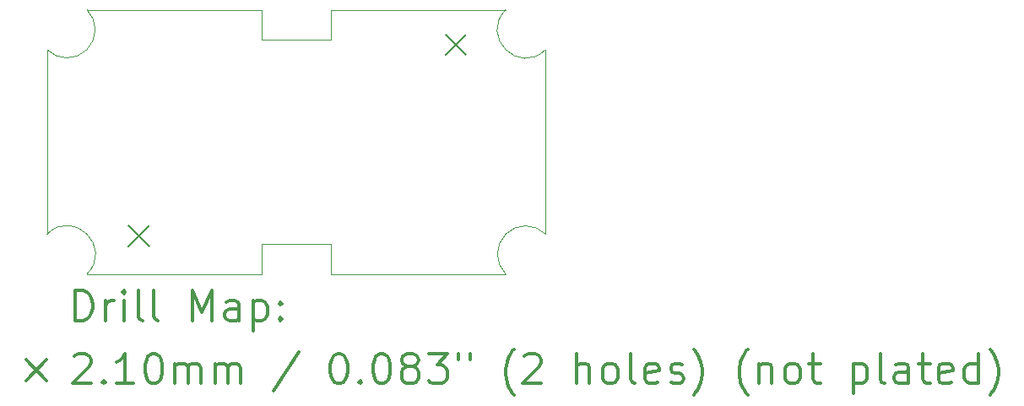
<source format=gbr>
%FSLAX45Y45*%
G04 Gerber Fmt 4.5, Leading zero omitted, Abs format (unit mm)*
G04 Created by KiCad (PCBNEW (5.1.2-1)-1) date 2022-01-26 01:19:42*
%MOMM*%
%LPD*%
G04 APERTURE LIST*
%ADD10C,0.050000*%
%ADD11C,0.200000*%
%ADD12C,0.300000*%
G04 APERTURE END LIST*
D10*
X10000000Y-8400000D02*
G75*
G02X9600000Y-8000000I-200000J200000D01*
G01*
X9600000Y-10650000D02*
G75*
G02X10000000Y-10250000I200000J200000D01*
G01*
X5000000Y-10250000D02*
G75*
G02X5400000Y-10650000I200000J-200000D01*
G01*
X7150000Y-8300000D02*
X7850000Y-8300000D01*
X7850000Y-8300000D02*
X7850000Y-8000000D01*
X7150000Y-8300000D02*
X7150000Y-8000000D01*
X7850000Y-10650000D02*
X7850000Y-10350000D01*
X7150000Y-10650000D02*
X7150000Y-10350000D01*
X7150000Y-10350000D02*
X7850000Y-10350000D01*
X7850000Y-10650000D02*
X9600000Y-10650000D01*
X5400000Y-10650000D02*
X7150000Y-10650000D01*
X7850000Y-8000000D02*
X9600000Y-8000000D01*
X5400000Y-8000000D02*
G75*
G02X5000000Y-8400000I-200000J-200000D01*
G01*
X5000000Y-8400000D02*
X5000000Y-10250000D01*
X10000000Y-8400000D02*
X10000000Y-10250000D01*
X5400000Y-8000000D02*
X7150000Y-8000000D01*
D11*
X8995000Y-8245000D02*
X9205000Y-8455000D01*
X9205000Y-8245000D02*
X8995000Y-8455000D01*
X5815000Y-10165000D02*
X6025000Y-10375000D01*
X6025000Y-10165000D02*
X5815000Y-10375000D01*
D12*
X5283928Y-11118215D02*
X5283928Y-10818215D01*
X5355357Y-10818215D01*
X5398214Y-10832500D01*
X5426786Y-10861072D01*
X5441071Y-10889643D01*
X5455357Y-10946786D01*
X5455357Y-10989643D01*
X5441071Y-11046786D01*
X5426786Y-11075357D01*
X5398214Y-11103929D01*
X5355357Y-11118215D01*
X5283928Y-11118215D01*
X5583928Y-11118215D02*
X5583928Y-10918215D01*
X5583928Y-10975357D02*
X5598214Y-10946786D01*
X5612500Y-10932500D01*
X5641071Y-10918215D01*
X5669643Y-10918215D01*
X5769643Y-11118215D02*
X5769643Y-10918215D01*
X5769643Y-10818215D02*
X5755357Y-10832500D01*
X5769643Y-10846786D01*
X5783928Y-10832500D01*
X5769643Y-10818215D01*
X5769643Y-10846786D01*
X5955357Y-11118215D02*
X5926786Y-11103929D01*
X5912500Y-11075357D01*
X5912500Y-10818215D01*
X6112500Y-11118215D02*
X6083928Y-11103929D01*
X6069643Y-11075357D01*
X6069643Y-10818215D01*
X6455357Y-11118215D02*
X6455357Y-10818215D01*
X6555357Y-11032500D01*
X6655357Y-10818215D01*
X6655357Y-11118215D01*
X6926786Y-11118215D02*
X6926786Y-10961072D01*
X6912500Y-10932500D01*
X6883928Y-10918215D01*
X6826786Y-10918215D01*
X6798214Y-10932500D01*
X6926786Y-11103929D02*
X6898214Y-11118215D01*
X6826786Y-11118215D01*
X6798214Y-11103929D01*
X6783928Y-11075357D01*
X6783928Y-11046786D01*
X6798214Y-11018215D01*
X6826786Y-11003929D01*
X6898214Y-11003929D01*
X6926786Y-10989643D01*
X7069643Y-10918215D02*
X7069643Y-11218214D01*
X7069643Y-10932500D02*
X7098214Y-10918215D01*
X7155357Y-10918215D01*
X7183928Y-10932500D01*
X7198214Y-10946786D01*
X7212500Y-10975357D01*
X7212500Y-11061072D01*
X7198214Y-11089643D01*
X7183928Y-11103929D01*
X7155357Y-11118215D01*
X7098214Y-11118215D01*
X7069643Y-11103929D01*
X7341071Y-11089643D02*
X7355357Y-11103929D01*
X7341071Y-11118215D01*
X7326786Y-11103929D01*
X7341071Y-11089643D01*
X7341071Y-11118215D01*
X7341071Y-10932500D02*
X7355357Y-10946786D01*
X7341071Y-10961072D01*
X7326786Y-10946786D01*
X7341071Y-10932500D01*
X7341071Y-10961072D01*
X4787500Y-11507500D02*
X4997500Y-11717500D01*
X4997500Y-11507500D02*
X4787500Y-11717500D01*
X5269643Y-11476786D02*
X5283928Y-11462500D01*
X5312500Y-11448214D01*
X5383928Y-11448214D01*
X5412500Y-11462500D01*
X5426786Y-11476786D01*
X5441071Y-11505357D01*
X5441071Y-11533929D01*
X5426786Y-11576786D01*
X5255357Y-11748214D01*
X5441071Y-11748214D01*
X5569643Y-11719643D02*
X5583928Y-11733929D01*
X5569643Y-11748214D01*
X5555357Y-11733929D01*
X5569643Y-11719643D01*
X5569643Y-11748214D01*
X5869643Y-11748214D02*
X5698214Y-11748214D01*
X5783928Y-11748214D02*
X5783928Y-11448214D01*
X5755357Y-11491072D01*
X5726786Y-11519643D01*
X5698214Y-11533929D01*
X6055357Y-11448214D02*
X6083928Y-11448214D01*
X6112500Y-11462500D01*
X6126786Y-11476786D01*
X6141071Y-11505357D01*
X6155357Y-11562500D01*
X6155357Y-11633929D01*
X6141071Y-11691072D01*
X6126786Y-11719643D01*
X6112500Y-11733929D01*
X6083928Y-11748214D01*
X6055357Y-11748214D01*
X6026786Y-11733929D01*
X6012500Y-11719643D01*
X5998214Y-11691072D01*
X5983928Y-11633929D01*
X5983928Y-11562500D01*
X5998214Y-11505357D01*
X6012500Y-11476786D01*
X6026786Y-11462500D01*
X6055357Y-11448214D01*
X6283928Y-11748214D02*
X6283928Y-11548214D01*
X6283928Y-11576786D02*
X6298214Y-11562500D01*
X6326786Y-11548214D01*
X6369643Y-11548214D01*
X6398214Y-11562500D01*
X6412500Y-11591072D01*
X6412500Y-11748214D01*
X6412500Y-11591072D02*
X6426786Y-11562500D01*
X6455357Y-11548214D01*
X6498214Y-11548214D01*
X6526786Y-11562500D01*
X6541071Y-11591072D01*
X6541071Y-11748214D01*
X6683928Y-11748214D02*
X6683928Y-11548214D01*
X6683928Y-11576786D02*
X6698214Y-11562500D01*
X6726786Y-11548214D01*
X6769643Y-11548214D01*
X6798214Y-11562500D01*
X6812500Y-11591072D01*
X6812500Y-11748214D01*
X6812500Y-11591072D02*
X6826786Y-11562500D01*
X6855357Y-11548214D01*
X6898214Y-11548214D01*
X6926786Y-11562500D01*
X6941071Y-11591072D01*
X6941071Y-11748214D01*
X7526786Y-11433929D02*
X7269643Y-11819643D01*
X7912500Y-11448214D02*
X7941071Y-11448214D01*
X7969643Y-11462500D01*
X7983928Y-11476786D01*
X7998214Y-11505357D01*
X8012500Y-11562500D01*
X8012500Y-11633929D01*
X7998214Y-11691072D01*
X7983928Y-11719643D01*
X7969643Y-11733929D01*
X7941071Y-11748214D01*
X7912500Y-11748214D01*
X7883928Y-11733929D01*
X7869643Y-11719643D01*
X7855357Y-11691072D01*
X7841071Y-11633929D01*
X7841071Y-11562500D01*
X7855357Y-11505357D01*
X7869643Y-11476786D01*
X7883928Y-11462500D01*
X7912500Y-11448214D01*
X8141071Y-11719643D02*
X8155357Y-11733929D01*
X8141071Y-11748214D01*
X8126786Y-11733929D01*
X8141071Y-11719643D01*
X8141071Y-11748214D01*
X8341071Y-11448214D02*
X8369643Y-11448214D01*
X8398214Y-11462500D01*
X8412500Y-11476786D01*
X8426786Y-11505357D01*
X8441071Y-11562500D01*
X8441071Y-11633929D01*
X8426786Y-11691072D01*
X8412500Y-11719643D01*
X8398214Y-11733929D01*
X8369643Y-11748214D01*
X8341071Y-11748214D01*
X8312500Y-11733929D01*
X8298214Y-11719643D01*
X8283928Y-11691072D01*
X8269643Y-11633929D01*
X8269643Y-11562500D01*
X8283928Y-11505357D01*
X8298214Y-11476786D01*
X8312500Y-11462500D01*
X8341071Y-11448214D01*
X8612500Y-11576786D02*
X8583928Y-11562500D01*
X8569643Y-11548214D01*
X8555357Y-11519643D01*
X8555357Y-11505357D01*
X8569643Y-11476786D01*
X8583928Y-11462500D01*
X8612500Y-11448214D01*
X8669643Y-11448214D01*
X8698214Y-11462500D01*
X8712500Y-11476786D01*
X8726786Y-11505357D01*
X8726786Y-11519643D01*
X8712500Y-11548214D01*
X8698214Y-11562500D01*
X8669643Y-11576786D01*
X8612500Y-11576786D01*
X8583928Y-11591072D01*
X8569643Y-11605357D01*
X8555357Y-11633929D01*
X8555357Y-11691072D01*
X8569643Y-11719643D01*
X8583928Y-11733929D01*
X8612500Y-11748214D01*
X8669643Y-11748214D01*
X8698214Y-11733929D01*
X8712500Y-11719643D01*
X8726786Y-11691072D01*
X8726786Y-11633929D01*
X8712500Y-11605357D01*
X8698214Y-11591072D01*
X8669643Y-11576786D01*
X8826786Y-11448214D02*
X9012500Y-11448214D01*
X8912500Y-11562500D01*
X8955357Y-11562500D01*
X8983928Y-11576786D01*
X8998214Y-11591072D01*
X9012500Y-11619643D01*
X9012500Y-11691072D01*
X8998214Y-11719643D01*
X8983928Y-11733929D01*
X8955357Y-11748214D01*
X8869643Y-11748214D01*
X8841071Y-11733929D01*
X8826786Y-11719643D01*
X9126786Y-11448214D02*
X9126786Y-11505357D01*
X9241071Y-11448214D02*
X9241071Y-11505357D01*
X9683928Y-11862500D02*
X9669643Y-11848214D01*
X9641071Y-11805357D01*
X9626786Y-11776786D01*
X9612500Y-11733929D01*
X9598214Y-11662500D01*
X9598214Y-11605357D01*
X9612500Y-11533929D01*
X9626786Y-11491072D01*
X9641071Y-11462500D01*
X9669643Y-11419643D01*
X9683928Y-11405357D01*
X9783928Y-11476786D02*
X9798214Y-11462500D01*
X9826786Y-11448214D01*
X9898214Y-11448214D01*
X9926786Y-11462500D01*
X9941071Y-11476786D01*
X9955357Y-11505357D01*
X9955357Y-11533929D01*
X9941071Y-11576786D01*
X9769643Y-11748214D01*
X9955357Y-11748214D01*
X10312500Y-11748214D02*
X10312500Y-11448214D01*
X10441071Y-11748214D02*
X10441071Y-11591072D01*
X10426786Y-11562500D01*
X10398214Y-11548214D01*
X10355357Y-11548214D01*
X10326786Y-11562500D01*
X10312500Y-11576786D01*
X10626786Y-11748214D02*
X10598214Y-11733929D01*
X10583928Y-11719643D01*
X10569643Y-11691072D01*
X10569643Y-11605357D01*
X10583928Y-11576786D01*
X10598214Y-11562500D01*
X10626786Y-11548214D01*
X10669643Y-11548214D01*
X10698214Y-11562500D01*
X10712500Y-11576786D01*
X10726786Y-11605357D01*
X10726786Y-11691072D01*
X10712500Y-11719643D01*
X10698214Y-11733929D01*
X10669643Y-11748214D01*
X10626786Y-11748214D01*
X10898214Y-11748214D02*
X10869643Y-11733929D01*
X10855357Y-11705357D01*
X10855357Y-11448214D01*
X11126786Y-11733929D02*
X11098214Y-11748214D01*
X11041071Y-11748214D01*
X11012500Y-11733929D01*
X10998214Y-11705357D01*
X10998214Y-11591072D01*
X11012500Y-11562500D01*
X11041071Y-11548214D01*
X11098214Y-11548214D01*
X11126786Y-11562500D01*
X11141071Y-11591072D01*
X11141071Y-11619643D01*
X10998214Y-11648214D01*
X11255357Y-11733929D02*
X11283928Y-11748214D01*
X11341071Y-11748214D01*
X11369643Y-11733929D01*
X11383928Y-11705357D01*
X11383928Y-11691072D01*
X11369643Y-11662500D01*
X11341071Y-11648214D01*
X11298214Y-11648214D01*
X11269643Y-11633929D01*
X11255357Y-11605357D01*
X11255357Y-11591072D01*
X11269643Y-11562500D01*
X11298214Y-11548214D01*
X11341071Y-11548214D01*
X11369643Y-11562500D01*
X11483928Y-11862500D02*
X11498214Y-11848214D01*
X11526786Y-11805357D01*
X11541071Y-11776786D01*
X11555357Y-11733929D01*
X11569643Y-11662500D01*
X11569643Y-11605357D01*
X11555357Y-11533929D01*
X11541071Y-11491072D01*
X11526786Y-11462500D01*
X11498214Y-11419643D01*
X11483928Y-11405357D01*
X12026786Y-11862500D02*
X12012500Y-11848214D01*
X11983928Y-11805357D01*
X11969643Y-11776786D01*
X11955357Y-11733929D01*
X11941071Y-11662500D01*
X11941071Y-11605357D01*
X11955357Y-11533929D01*
X11969643Y-11491072D01*
X11983928Y-11462500D01*
X12012500Y-11419643D01*
X12026786Y-11405357D01*
X12141071Y-11548214D02*
X12141071Y-11748214D01*
X12141071Y-11576786D02*
X12155357Y-11562500D01*
X12183928Y-11548214D01*
X12226786Y-11548214D01*
X12255357Y-11562500D01*
X12269643Y-11591072D01*
X12269643Y-11748214D01*
X12455357Y-11748214D02*
X12426786Y-11733929D01*
X12412500Y-11719643D01*
X12398214Y-11691072D01*
X12398214Y-11605357D01*
X12412500Y-11576786D01*
X12426786Y-11562500D01*
X12455357Y-11548214D01*
X12498214Y-11548214D01*
X12526786Y-11562500D01*
X12541071Y-11576786D01*
X12555357Y-11605357D01*
X12555357Y-11691072D01*
X12541071Y-11719643D01*
X12526786Y-11733929D01*
X12498214Y-11748214D01*
X12455357Y-11748214D01*
X12641071Y-11548214D02*
X12755357Y-11548214D01*
X12683928Y-11448214D02*
X12683928Y-11705357D01*
X12698214Y-11733929D01*
X12726786Y-11748214D01*
X12755357Y-11748214D01*
X13083928Y-11548214D02*
X13083928Y-11848214D01*
X13083928Y-11562500D02*
X13112500Y-11548214D01*
X13169643Y-11548214D01*
X13198214Y-11562500D01*
X13212500Y-11576786D01*
X13226786Y-11605357D01*
X13226786Y-11691072D01*
X13212500Y-11719643D01*
X13198214Y-11733929D01*
X13169643Y-11748214D01*
X13112500Y-11748214D01*
X13083928Y-11733929D01*
X13398214Y-11748214D02*
X13369643Y-11733929D01*
X13355357Y-11705357D01*
X13355357Y-11448214D01*
X13641071Y-11748214D02*
X13641071Y-11591072D01*
X13626786Y-11562500D01*
X13598214Y-11548214D01*
X13541071Y-11548214D01*
X13512500Y-11562500D01*
X13641071Y-11733929D02*
X13612500Y-11748214D01*
X13541071Y-11748214D01*
X13512500Y-11733929D01*
X13498214Y-11705357D01*
X13498214Y-11676786D01*
X13512500Y-11648214D01*
X13541071Y-11633929D01*
X13612500Y-11633929D01*
X13641071Y-11619643D01*
X13741071Y-11548214D02*
X13855357Y-11548214D01*
X13783928Y-11448214D02*
X13783928Y-11705357D01*
X13798214Y-11733929D01*
X13826786Y-11748214D01*
X13855357Y-11748214D01*
X14069643Y-11733929D02*
X14041071Y-11748214D01*
X13983928Y-11748214D01*
X13955357Y-11733929D01*
X13941071Y-11705357D01*
X13941071Y-11591072D01*
X13955357Y-11562500D01*
X13983928Y-11548214D01*
X14041071Y-11548214D01*
X14069643Y-11562500D01*
X14083928Y-11591072D01*
X14083928Y-11619643D01*
X13941071Y-11648214D01*
X14341071Y-11748214D02*
X14341071Y-11448214D01*
X14341071Y-11733929D02*
X14312500Y-11748214D01*
X14255357Y-11748214D01*
X14226786Y-11733929D01*
X14212500Y-11719643D01*
X14198214Y-11691072D01*
X14198214Y-11605357D01*
X14212500Y-11576786D01*
X14226786Y-11562500D01*
X14255357Y-11548214D01*
X14312500Y-11548214D01*
X14341071Y-11562500D01*
X14455357Y-11862500D02*
X14469643Y-11848214D01*
X14498214Y-11805357D01*
X14512500Y-11776786D01*
X14526786Y-11733929D01*
X14541071Y-11662500D01*
X14541071Y-11605357D01*
X14526786Y-11533929D01*
X14512500Y-11491072D01*
X14498214Y-11462500D01*
X14469643Y-11419643D01*
X14455357Y-11405357D01*
M02*

</source>
